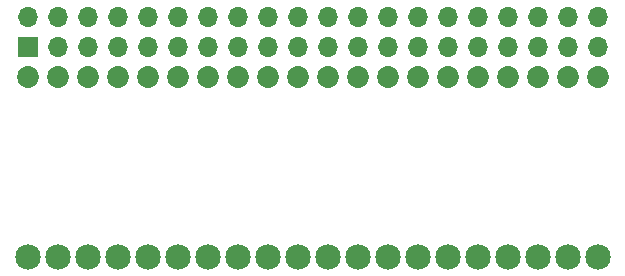
<source format=gbr>
G04 #@! TF.FileFunction,Copper,L2,Bot,Signal*
%FSLAX46Y46*%
G04 Gerber Fmt 4.6, Leading zero omitted, Abs format (unit mm)*
G04 Created by KiCad (PCBNEW 4.0.4-stable) date 12/12/17 20:44:01*
%MOMM*%
%LPD*%
G01*
G04 APERTURE LIST*
%ADD10C,0.100000*%
%ADD11R,1.700000X1.700000*%
%ADD12O,1.700000X1.700000*%
%ADD13C,2.159000*%
%ADD14C,1.854200*%
G04 APERTURE END LIST*
D10*
D11*
X127000000Y-91440000D03*
D12*
X127000000Y-88900000D03*
X129540000Y-91440000D03*
X129540000Y-88900000D03*
X132080000Y-91440000D03*
X132080000Y-88900000D03*
X134620000Y-91440000D03*
X134620000Y-88900000D03*
X137160000Y-91440000D03*
X137160000Y-88900000D03*
X139700000Y-91440000D03*
X139700000Y-88900000D03*
X142240000Y-91440000D03*
X142240000Y-88900000D03*
X144780000Y-91440000D03*
X144780000Y-88900000D03*
X147320000Y-91440000D03*
X147320000Y-88900000D03*
X149860000Y-91440000D03*
X149860000Y-88900000D03*
X152400000Y-91440000D03*
X152400000Y-88900000D03*
X154940000Y-91440000D03*
X154940000Y-88900000D03*
X157480000Y-91440000D03*
X157480000Y-88900000D03*
X160020000Y-91440000D03*
X160020000Y-88900000D03*
X162560000Y-91440000D03*
X162560000Y-88900000D03*
X165100000Y-91440000D03*
X165100000Y-88900000D03*
X167640000Y-91440000D03*
X167640000Y-88900000D03*
X170180000Y-91440000D03*
X170180000Y-88900000D03*
X172720000Y-91440000D03*
X172720000Y-88900000D03*
X175260000Y-91440000D03*
X175260000Y-88900000D03*
D13*
X149860000Y-109220000D03*
X127000000Y-109220000D03*
X129540000Y-109220000D03*
X132080000Y-109220000D03*
X134620000Y-109220000D03*
X137160000Y-109220000D03*
X139700000Y-109220000D03*
X142240000Y-109220000D03*
X144780000Y-109220000D03*
X147320000Y-109220000D03*
X152400000Y-109220000D03*
X154940000Y-109220000D03*
X157480000Y-109220000D03*
X160020000Y-109220000D03*
X162560000Y-109220000D03*
X165100000Y-109220000D03*
X167640000Y-109220000D03*
X170180000Y-109220000D03*
X172720000Y-109220000D03*
X175260000Y-109220000D03*
D14*
X175260000Y-93980000D03*
X172720000Y-93980000D03*
X170180000Y-93980000D03*
X167640000Y-93980000D03*
X165100000Y-93980000D03*
X162560000Y-93980000D03*
X160020000Y-93980000D03*
X157480000Y-93980000D03*
X154940000Y-93980000D03*
X152400000Y-93980000D03*
X149860000Y-93980000D03*
X147320000Y-93980000D03*
X144780000Y-93980000D03*
X142240000Y-93980000D03*
X139700000Y-93980000D03*
X137160000Y-93980000D03*
X134620000Y-93980000D03*
X132080000Y-93980000D03*
X129540000Y-93980000D03*
X127000000Y-93980000D03*
M02*

</source>
